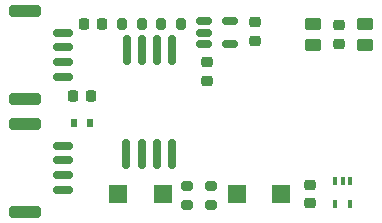
<source format=gbr>
%TF.GenerationSoftware,KiCad,Pcbnew,6.0.11+dfsg-1~bpo11+1*%
%TF.CreationDate,2023-05-27T16:07:54+00:00*%
%TF.ProjectId,TFRPM01,54465250-4d30-4312-9e6b-696361645f70,rev?*%
%TF.SameCoordinates,PX7e721e0PY7e33658*%
%TF.FileFunction,Paste,Bot*%
%TF.FilePolarity,Positive*%
%FSLAX46Y46*%
G04 Gerber Fmt 4.6, Leading zero omitted, Abs format (unit mm)*
G04 Created by KiCad (PCBNEW 6.0.11+dfsg-1~bpo11+1) date 2023-05-27 16:07:54*
%MOMM*%
%LPD*%
G01*
G04 APERTURE LIST*
G04 Aperture macros list*
%AMRoundRect*
0 Rectangle with rounded corners*
0 $1 Rounding radius*
0 $2 $3 $4 $5 $6 $7 $8 $9 X,Y pos of 4 corners*
0 Add a 4 corners polygon primitive as box body*
4,1,4,$2,$3,$4,$5,$6,$7,$8,$9,$2,$3,0*
0 Add four circle primitives for the rounded corners*
1,1,$1+$1,$2,$3*
1,1,$1+$1,$4,$5*
1,1,$1+$1,$6,$7*
1,1,$1+$1,$8,$9*
0 Add four rect primitives between the rounded corners*
20,1,$1+$1,$2,$3,$4,$5,0*
20,1,$1+$1,$4,$5,$6,$7,0*
20,1,$1+$1,$6,$7,$8,$9,0*
20,1,$1+$1,$8,$9,$2,$3,0*%
G04 Aperture macros list end*
%ADD10R,0.600000X0.700000*%
%ADD11RoundRect,0.200000X0.200000X0.275000X-0.200000X0.275000X-0.200000X-0.275000X0.200000X-0.275000X0*%
%ADD12RoundRect,0.150000X-0.512500X-0.150000X0.512500X-0.150000X0.512500X0.150000X-0.512500X0.150000X0*%
%ADD13RoundRect,0.225000X0.225000X0.250000X-0.225000X0.250000X-0.225000X-0.250000X0.225000X-0.250000X0*%
%ADD14RoundRect,0.150000X0.700000X-0.150000X0.700000X0.150000X-0.700000X0.150000X-0.700000X-0.150000X0*%
%ADD15RoundRect,0.250000X1.100000X-0.250000X1.100000X0.250000X-1.100000X0.250000X-1.100000X-0.250000X0*%
%ADD16RoundRect,0.200000X-0.275000X0.200000X-0.275000X-0.200000X0.275000X-0.200000X0.275000X0.200000X0*%
%ADD17RoundRect,0.250000X-0.450000X0.262500X-0.450000X-0.262500X0.450000X-0.262500X0.450000X0.262500X0*%
%ADD18RoundRect,0.250000X0.450000X-0.262500X0.450000X0.262500X-0.450000X0.262500X-0.450000X-0.262500X0*%
%ADD19RoundRect,0.225000X-0.250000X0.225000X-0.250000X-0.225000X0.250000X-0.225000X0.250000X0.225000X0*%
%ADD20O,0.700000X2.600000*%
%ADD21RoundRect,0.225000X0.250000X-0.225000X0.250000X0.225000X-0.250000X0.225000X-0.250000X-0.225000X0*%
%ADD22R,1.500000X1.500000*%
%ADD23R,0.400000X0.650000*%
%ADD24RoundRect,0.200000X0.275000X-0.200000X0.275000X0.200000X-0.275000X0.200000X-0.275000X-0.200000X0*%
G04 APERTURE END LIST*
D10*
%TO.C,D1*%
X-14286000Y-1016000D03*
X-15686000Y-1016000D03*
%TD*%
D11*
%TO.C,R10*%
X-6617000Y7425096D03*
X-8267000Y7425096D03*
%TD*%
D12*
%TO.C,U3*%
X-4679500Y5725096D03*
X-4679500Y6675096D03*
X-4679500Y7625096D03*
X-2404500Y7625096D03*
X-2404500Y5725096D03*
%TD*%
D13*
%TO.C,C3*%
X-14211000Y1270000D03*
X-15761000Y1270000D03*
%TD*%
%TO.C,C4*%
X-13267000Y7425096D03*
X-14817000Y7425096D03*
%TD*%
D14*
%TO.C,J2*%
X-16588000Y2931096D03*
X-16588000Y4181096D03*
X-16588000Y5431096D03*
X-16588000Y6681096D03*
D15*
X-19788000Y8531096D03*
X-19788000Y1081096D03*
%TD*%
D16*
%TO.C,R4*%
X-4064000Y-6287000D03*
X-4064000Y-7937000D03*
%TD*%
D17*
%TO.C,R1*%
X9008000Y7437596D03*
X9008000Y5612596D03*
%TD*%
D18*
%TO.C,R2*%
X4572000Y5612596D03*
X4572000Y7437596D03*
%TD*%
D11*
%TO.C,R3*%
X-9917000Y7425096D03*
X-11567000Y7425096D03*
%TD*%
D19*
%TO.C,C6*%
X4300000Y-6225000D03*
X4300000Y-7775000D03*
%TD*%
D14*
%TO.C,J3*%
X-16588000Y-6643904D03*
X-16588000Y-5393904D03*
X-16588000Y-4143904D03*
X-16588000Y-2893904D03*
D15*
X-19788000Y-8493904D03*
X-19788000Y-1043904D03*
%TD*%
D19*
%TO.C,C5*%
X-4343400Y4150296D03*
X-4343400Y2600296D03*
%TD*%
D20*
%TO.C,U1*%
X-7387000Y-3638000D03*
X-8657000Y-3638000D03*
X-9927000Y-3638000D03*
X-11202000Y-3638000D03*
X-11197000Y5162000D03*
X-9927000Y5162000D03*
X-8592000Y5162000D03*
X-7387000Y5162000D03*
%TD*%
D21*
%TO.C,C1*%
X-292000Y6000096D03*
X-292000Y7550096D03*
%TD*%
%TO.C,C2*%
X6790000Y5750096D03*
X6790000Y7300096D03*
%TD*%
D22*
%TO.C,D2*%
X1880000Y-7000000D03*
X-1880000Y-7000000D03*
%TD*%
D23*
%TO.C,U2*%
X6462000Y-5910904D03*
X7112000Y-5910904D03*
X7762000Y-5910904D03*
X7762000Y-7810904D03*
X6462000Y-7810904D03*
%TD*%
D24*
%TO.C,R5*%
X-6096000Y-7937000D03*
X-6096000Y-6287000D03*
%TD*%
D22*
%TO.C,D3*%
X-8120000Y-7000000D03*
X-11880000Y-7000000D03*
%TD*%
M02*

</source>
